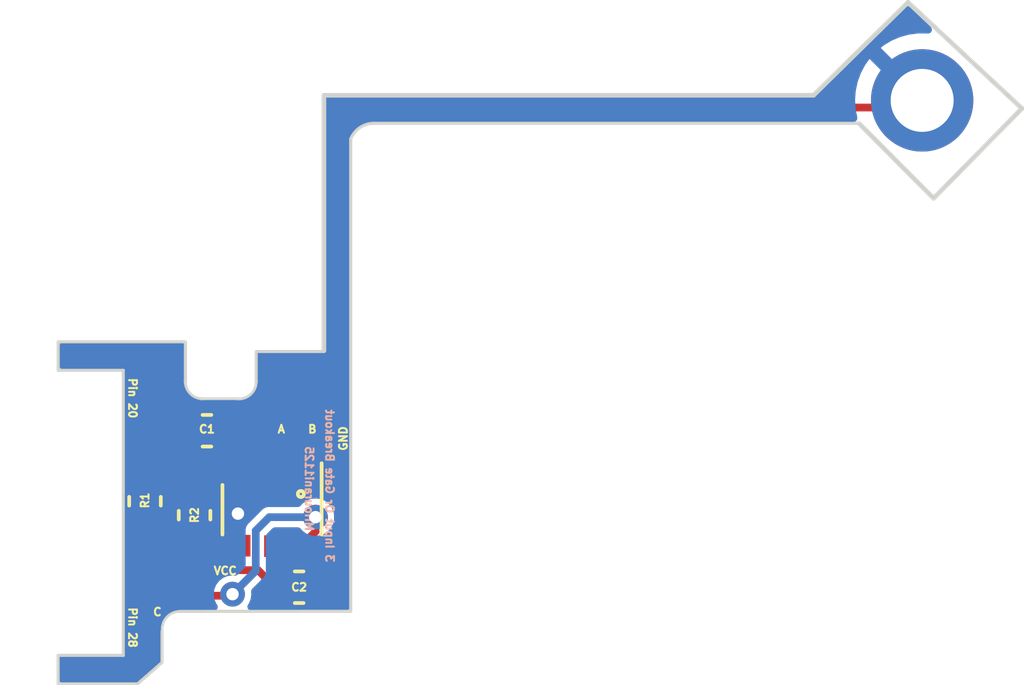
<source format=kicad_pcb>
(kicad_pcb (version 20211014) (generator pcbnew)
  (layers (0 "F.Cu" signal) (31 "B.Cu" signal) (34 "B.Paste" user) (35 "F.Paste" user) (36 "B.SilkS" user "B.Silkscreen") (37 "F.SilkS" user "F.Silkscreen") (38 "B.Mask" user) (39 "F.Mask" user) (44 "Edge.Cuts" user))
  (net 0 "")
  (net 1 "VCC-PAD")
  (net 2 "GND")
  (net 3 "CE")
  (net 4 "A")
  (net 5 "B")
  (net 6 "VCC5V")
  (net 7 "C")
  (footprint "" (layer "F.Cu") (at 150.1 93 90)
    (fp_text reference "" (at 0 0 90) (layer "F.SilkS") (effects (font (size 1.27 1.27))))
    (fp_text value "" (at 0 0 90) (layer "F.SilkS") (effects (font (size 1.27 1.27))))
    (pad "10" smd roundrect (at 0 0 270) (size 1.778 0.508) (layers "F.Cu" "F.Paste" "F.Mask") (net 5 "B"))
  )
  (footprint "" (layer "F.Cu") (at 146.225 98.75 -90)
    (fp_text reference "" (at 0 0 90) (layer "F.SilkS") (effects (font (size 1.27 1.27))))
    (fp_text value "" (at 0 0 90) (layer "F.SilkS") (effects (font (size 1.27 1.27))))
    (pad "B" smd roundrect (at 0 0 180) (size 1.778 0.508) (layers "F.Cu" "F.Paste" "F.Mask") (net 6 "VCC5V"))
  )
  (footprint "" (layer "F.Cu") (at 151.1 93 90)
    (fp_text reference "" (at 0 0 90) (layer "F.SilkS") (effects (font (size 1.27 1.27))))
    (fp_text value "" (at 0 0 90) (layer "F.SilkS") (effects (font (size 1.27 1.27))))
    (pad "9" smd roundrect (at 0 0 270) (size 1.778 0.508) (layers "F.Cu" "F.Paste" "F.Mask") (net 2 "GND"))
  )
  (footprint "" (layer "F.Cu") (at 149.1 93 -90)
    (fp_text reference "" (at 0 0 90) (layer "F.SilkS") (effects (font (size 1.27 1.27))))
    (fp_text value "" (at 0 0 90) (layer "F.SilkS") (effects (font (size 1.27 1.27))))
    (pad "11" smd roundrect (at 0 0 90) (size 1.778 0.508) (layers "F.Cu" "F.Paste" "F.Mask") (net 4 "A"))
  )
  (footprint "" (layer "F.Cu") (at 143.5 102)
    (fp_text reference "" (at 0 0) (layer "F.SilkS") (effects (font (size 1.27 1.27))))
    (fp_text value "" (at 0 0) (layer "F.SilkS") (effects (font (size 1.27 1.27))))
    (pad "4" smd roundrect (at 0 0) (size 2.286 0.508) (layers "F.Cu" "F.Paste" "F.Mask") (net 3 "CE"))
  )
  (footprint "" (layer "F.Cu") (at 143.5 91.85 180)
    (fp_text reference "" (at 0 0) (layer "F.SilkS") (effects (font (size 1.27 1.27))))
    (fp_text value "" (at 0 0) (layer "F.SilkS") (effects (font (size 1.27 1.27))))
    (pad "1" smd roundrect (at 0 0 180) (size 2.286 0.508) (layers "F.Cu" "F.Paste" "F.Mask") (net 1 "VCC-PAD"))
  )
  (footprint "Capacitor_SMD:C_0603_1608Metric" (layer "F.Cu") (at 146.6 96.975 -90)
    (fp_text reference "R2" (at 0 0 -90) (layer "F.SilkS") (effects (font (size 0.254 0.254) (thickness 0.0635))))
    (fp_text value "0.01uf")
    (fp_line (start -0.14058 -0.51) (end 0.14058 -0.51) (layer "F.SilkS") (width 0.12))
    (fp_line (start -0.14058 0.51) (end 0.14058 0.51) (layer "F.SilkS") (width 0.12))
    (pad "5" smd roundrect (at -0.775 0 270) (size 0.9 0.95) (layers "F.Cu" "F.Paste" "F.Mask") (net 2 "GND"))
    (pad "6" smd roundrect (at 0.775 0 270) (size 0.9 0.95) (layers "F.Cu" "F.Paste" "F.Mask") (net 3 "CE"))
  )
  (footprint "" (layer "F.Cu") (at 170.08 83.59)
    (fp_text reference "" (at 0 0) (layer "F.SilkS") (effects (font (size 1.27 1.27))))
    (fp_text value "" (at 0 0) (layer "F.SilkS") (effects (font (size 1.27 1.27))))
    (pad "9" thru_hole circle (at 0 0 270) (size 3.302 3.302) (drill 2.032) (layers *.Cu *.Mask) (net 2 "GND"))
  )
  (footprint "Capacitor_SMD:C_0603_1608Metric" (layer "F.Cu") (at 149.975 99.3)
    (fp_text reference "C2" (at 0 0) (layer "F.SilkS") (effects (font (size 0.254 0.254) (thickness 0.0635))))
    (fp_text value "0.1uf")
    (fp_line (start -0.14058 -0.51) (end 0.14058 -0.51) (layer "F.SilkS") (width 0.12))
    (fp_line (start -0.14058 0.51) (end 0.14058 0.51) (layer "F.SilkS") (width 0.12))
    (pad "7" smd roundrect (at 0.775 0) (size 0.9 0.95) (layers "F.Cu" "F.Paste" "F.Mask") (net 2 "GND"))
    (pad "8" smd roundrect (at -0.775 0) (size 0.9 0.95) (layers "F.Cu" "F.Paste" "F.Mask") (net 6 "VCC5V"))
  )
  (footprint "" (layer "F.Cu") (at 146.225 99.575)
    (fp_text reference "" (at 0 0) (layer "F.SilkS") (effects (font (size 1.27 1.27))))
    (fp_text value "" (at 0 0) (layer "F.SilkS") (effects (font (size 1.27 1.27))))
    (pad "B" smd roundrect (at 0 0 180) (size 1.778 0.508) (layers "F.Cu" "F.Paste" "F.Mask") (net 7 "C"))
  )
  (footprint "Package_SO:TSOP-6_1.65x3.05mm_P0.95mm" (layer "F.Cu") (at 149.1 96.8 -90)
    (fp_text reference "U5" hide)
    (fp_text value "74LVC1G332GW,125")
    (fp_line (start -0.8 1.6) (end 0.8 1.6) (layer "F.SilkS") (width 0.12))
    (fp_line (start 0.8 -1.6) (end -1.5 -1.6) (layer "F.SilkS") (width 0.12))
    (fp_circle (center -0.508488 -0.93) (end -0.418488 -0.89) (layer "F.SilkS") (width 0.12) (fill none))
    (pad "1" smd rect (at -1.16 -0.95 270) (size 0.7 0.51) (layers "F.Cu" "F.Paste" "F.Mask") (net 5 "B"))
    (pad "2" smd rect (at -1.16 0 270) (size 0.7 0.51) (layers "F.Cu" "F.Paste" "F.Mask") (net 2 "GND"))
    (pad "3" smd rect (at -1.16 0.95 270) (size 0.7 0.51) (layers "F.Cu" "F.Paste" "F.Mask") (net 4 "A"))
    (pad "4" smd rect (at 1.16 0.95 270) (size 0.7 0.51) (layers "F.Cu" "F.Paste" "F.Mask") (net 3 "CE"))
    (pad "5" smd rect (at 1.175 0 270) (size 0.7 0.51) (layers "F.Cu" "F.Paste" "F.Mask") (net 6 "VCC5V"))
    (pad "6" smd rect (at 1.16 -0.95 270) (size 0.7 0.51) (layers "F.Cu" "F.Paste" "F.Mask") (net 7 "C"))
  )
  (footprint "Capacitor_SMD:C_0603_1608Metric" (layer "F.Cu") (at 145 96.525 90)
    (fp_text reference "R1" (at 0.025 0 90) (layer "F.SilkS") (effects (font (size 0.254 0.254) (thickness 0.0635))))
    (fp_text value " ")
    (fp_line (start -0.14058 0.51) (end 0.14058 0.51) (layer "F.SilkS") (width 0.12))
    (fp_line (start -0.14058 -0.51) (end 0.14058 -0.51) (layer "F.SilkS") (width 0.12))
    (pad "2" smd roundrect (at 0.775 0 90) (size 0.9 0.95) (layers "F.Cu" "F.Paste" "F.Mask") (net 1 "VCC-PAD"))
    (pad "3" smd roundrect (at -0.775 0 90) (size 0.9 0.95) (layers "F.Cu" "F.Paste" "F.Mask") (net 3 "CE"))
  )
  (footprint "Capacitor_SMD:C_0603_1608Metric" (layer "F.Cu") (at 147 94.25)
    (fp_text reference "C1" (at 0 -0.05) (layer "F.SilkS") (effects (font (size 0.254 0.254) (thickness 0.0635))))
    (fp_text value "0.01uf")
    (fp_line (start -0.14058 -0.51) (end 0.14058 -0.51) (layer "F.SilkS") (width 0.12))
    (fp_line (start -0.14058 0.51) (end 0.14058 0.51) (layer "F.SilkS") (width 0.12))
    (pad "5" smd roundrect (at -0.775 0) (size 0.9 0.95) (layers "F.Cu" "F.Paste" "F.Mask") (net 1 "VCC-PAD"))
    (pad "6" smd roundrect (at 0.775 0) (size 0.9 0.95) (layers "F.Cu" "F.Paste" "F.Mask") (net 2 "GND"))
  )
  (gr_line (start 144.76 102.42) (end 142.2 102.42) (layer "Edge.Cuts") (width 0.1))
  (gr_line (start 144.76 102.42) (end 145.55 101.73) (layer "Edge.Cuts") (width 0.1))
  (gr_line (start 148.59 92.69) (end 148.59 91.694) (layer "Edge.Cuts") (width 0.1))
  (gr_line (start 168.03 84.328) (end 152.4 84.328) (layer "Edge.Cuts") (width 0.1))
  (gr_arc (start 145.56 100.74) (mid 145.684497 100.28762) (end 146.11 100.08) (layer "Edge.Cuts") (width 0.08382))
  (gr_line (start 151.638 84.836) (end 151.638 100.076) (layer "Edge.Cuts") (width 0.1))
  (gr_line (start 169.625 80.425) (end 173.3 83.85) (layer "Edge.Cuts") (width 0.15))
  (gr_line (start 173.3 83.85) (end 170.45 86.75) (layer "Edge.Cuts") (width 0.15))
  (gr_line (start 146.79 93.218) (end 148.06 93.218) (layer "Edge.Cuts") (width 0.0889))
  (gr_line (start 146.304 91.39) (end 146.304 92.7) (layer "Edge.Cuts") (width 0.1))
  (gr_line (start 166.575 83.425) (end 169.625 80.425) (layer "Edge.Cuts") (width 0.15))
  (gr_line (start 151.638 100.076) (end 146.11 100.08) (layer "Edge.Cuts") (width 0.1))
  (gr_line (start 142.2 91.38) (end 146.3 91.38) (layer "Edge.Cuts") (width 0.1))
  (gr_line (start 145.55 100.73) (end 145.55 101.73) (layer "Edge.Cuts") (width 0.1))
  (gr_line (start 150.775 83.425) (end 166.575 83.425) (layer "Edge.Cuts") (width 0.15))
  (gr_line (start 144.3 101.5) (end 144.3 92.3) (layer "Edge.Cuts") (width 0.1))
  (gr_line (start 144.3 92.3) (end 142.2 92.3) (layer "Edge.Cuts") (width 0.1))
  (gr_line (start 142.197 101.5) (end 144.3 101.5) (layer "Edge.Cuts") (width 0.1))
  (gr_line (start 148.59 91.694) (end 150.775 91.694) (layer "Edge.Cuts") (width 0.1))
  (gr_line (start 170.45 86.75) (end 168.05 84.34) (layer "Edge.Cuts") (width 0.15))
  (gr_line (start 142.2 102.42) (end 142.197 101.5) (layer "Edge.Cuts") (width 0.1))
  (gr_line (start 142.2 92.3) (end 142.2 91.4) (layer "Edge.Cuts") (width 0.1))
  (gr_arc (start 148.592006 92.65) (mid 148.406336 93.079511) (end 147.96 93.22) (layer "Edge.Cuts") (width 0.0889))
  (gr_line (start 150.775 91.67) (end 150.775 83.425) (layer "Edge.Cuts") (width 0.15))
  (gr_arc (start 146.88 93.22) (mid 146.430454 93.017928) (end 146.31 92.54) (layer "Edge.Cuts") (width 0.0889))
  (gr_arc (start 151.638 84.836) (mid 151.940524 84.464286) (end 152.4 84.328) (layer "Edge.Cuts") (width 0.1))
  (gr_text "3 Input Or Gate Breakout\n" (at 150.96 96.03 -90) (layer "B.SilkS") (effects (font (size 0.254 0.254) (thickness 0.0635)) (justify mirror)))
  (gr_text "MHourani1125" (at 150.3 96.12 270) (layer "B.SilkS") (effects (font (size 0.254 0.254) (thickness 0.0635)) (justify mirror)))
  (gr_text "A" (at 149.4 94.2) (layer "F.SilkS") (effects (font (size 0.254 0.254) (thickness 0.0635))))
  (gr_text "Pin 20" (at 144.6 93.2 -90) (layer "F.SilkS") (effects (font (size 0.254 0.254) (thickness 0.0635))))
  (gr_text "Pin 28\n" (at 144.6 100.6 -90) (layer "F.SilkS") (effects (font (size 0.254 0.254) (thickness 0.0635))))
  (gr_text "B" (at 150.4 94.2) (layer "F.SilkS") (effects (font (size 0.254 0.254) (thickness 0.0635))))
  (gr_text "C" (at 145.4 100.1) (layer "F.SilkS") (effects (font (size 0.254 0.254) (thickness 0.0635))))
  (gr_text "VCC" (at 147.59 98.77) (layer "F.SilkS") (effects (font (size 0.254 0.254) (thickness 0.0635))))
  (gr_text "GND" (at 151.4 94.5 90) (layer "F.SilkS") (effects (font (size 0.254 0.254) (thickness 0.0635))))
  (segment (start 143.55 91.85) (end 145.6 91.85) (width 0.25) (layer "F.Cu") (net 1))
  (segment (start 145.6 91.85) (end 146 92.25) (width 0.25) (layer "F.Cu") (net 1))
  (segment (start 144.6 91.85) (end 145 92.25) (width 0.25) (layer "F.Cu") (net 1))
  (segment (start 143.55 91.85) (end 144.6 91.85) (width 0.25) (layer "F.Cu") (net 1))
  (segment (start 146 92.25) (end 146 94.025) (width 0.25) (layer "F.Cu") (net 1))
  (segment (start 145 92.25) (end 145 95.75) (width 0.25) (layer "F.Cu") (net 1))
  (segment (start 146 94.025) (end 146.225 94.25) (width 0.25) (layer "F.Cu") (net 1))
  (segment (start 148.469502 96.475) (end 150.041792 96.475) (width 0.25) (layer "F.Cu") (net 2))
  (segment (start 151.8 83.82) (end 169.85 83.82) (width 0.25) (layer "F.Cu") (net 2))
  (segment (start 169.85 83.82) (end 170.08 83.59) (width 0.25) (layer "F.Cu") (net 2))
  (segment (start 148 96.925) (end 148 96.745) (width 0.25) (layer "F.Cu") (net 2))
  (segment (start 150.6305 96.3145) (end 151.1 95.845) (width 0.25) (layer "F.Cu") (net 2))
  (segment (start 151.2 92.9) (end 151.2 84.42) (width 0.25) (layer "F.Cu") (net 2))
  (segment (start 151.075 96.586598) (end 151.075 95.85) (width 0.25) (layer "F.Cu") (net 2))
  (segment (start 151.227597 98.797403) (end 151.227597 96.739195) (width 0.25) (layer "F.Cu") (net 2))
  (segment (start 147.56 96.305) (end 147.56 95.56) (width 0.25) (layer "F.Cu") (net 2))
  (segment (start 147.5 95.5) (end 147.56 95.56) (width 0.25) (layer "F.Cu") (net 2))
  (segment (start 151.2 84.42) (end 151.8 83.82) (width 0.25) (layer "F.Cu") (net 2))
  (segment (start 151.227597 96.739195) (end 151.075 96.586598) (width 0.25) (layer "F.Cu") (net 2))
  (segment (start 150.725 99.3) (end 151.227597 98.797403) (width 0.25) (layer "F.Cu") (net 2))
  (segment (start 147.56 95.56) (end 147.56 94.465) (width 0.25) (layer "F.Cu") (net 2))
  (segment (start 148 96.925) (end 149.1 95.825) (width 0.25) (layer "F.Cu") (net 2))
  (segment (start 151.1 95.845) (end 151.1 93) (width 0.25) (layer "F.Cu") (net 2))
  (segment (start 150.041792 96.475) (end 150.202292 96.3145) (width 0.25) (layer "F.Cu") (net 2))
  (segment (start 151.1 93) (end 151.2 92.9) (width 0.25) (layer "F.Cu") (net 2))
  (segment (start 148 96.745) (end 147.56 96.305) (width 0.25) (layer "F.Cu") (net 2))
  (segment (start 146.6 96.2) (end 146.6 95.5) (width 0.25) (layer "F.Cu") (net 2))
  (segment (start 150.202292 96.3145) (end 150.6305 96.3145) (width 0.25) (layer "F.Cu") (net 2))
  (segment (start 148 96.925) (end 148.019502 96.925) (width 0.25) (layer "F.Cu") (net 2))
  (segment (start 148.019502 96.925) (end 148.469502 96.475) (width 0.25) (layer "F.Cu") (net 2))
  (segment (start 147.56 94.465) (end 147.775 94.25) (width 0.25) (layer "F.Cu") (net 2))
  (segment (start 149.1 95.825) (end 149.1 95.64) (width 0.25) (layer "F.Cu") (net 2))
  (segment (start 146.6 95.5) (end 147.5 95.5) (width 0.25) (layer "F.Cu") (net 2))
  (via (at 148 96.925) (size 0.8) (drill 0.4) (layers "F.Cu" "B.Cu") (net 2))
  (segment (start 144.5 102) (end 145 101.5) (width 0.25) (layer "F.Cu") (net 3))
  (segment (start 145 97.975) (end 145 97.3) (width 0.25) (layer "F.Cu") (net 3))
  (segment (start 148.15 97.96) (end 146.81 97.96) (width 0.25) (layer "F.Cu") (net 3))
  (segment (start 145 97.975) (end 146.375 97.975) (width 0.25) (layer "F.Cu") (net 3))
  (segment (start 146.375 97.975) (end 146.6 97.75) (width 0.25) (layer "F.Cu") (net 3))
  (segment (start 145 99.3) (end 145 97.975) (width 0.25) (layer "F.Cu") (net 3))
  (segment (start 145 101.5) (end 145 99.3) (width 0.25) (layer "F.Cu") (net 3))
  (segment (start 146.81 97.96) (end 146.6 97.75) (width 0.25) (layer "F.Cu") (net 3))
  (segment (start 143.5 102) (end 144.5 102) (width 0.25) (layer "F.Cu") (net 3))
  (segment (start 148.15 95.4) (end 149.1 94.45) (width 0.25) (layer "F.Cu") (net 4))
  (segment (start 149.1 94.45) (end 149.1 93) (width 0.25) (layer "F.Cu") (net 4))
  (segment (start 148.15 95.64) (end 148.15 95.4) (width 0.25) (layer "F.Cu") (net 4))
  (segment (start 150.05 93.05) (end 150.05 95.64) (width 0.25) (layer "F.Cu") (net 5))
  (segment (start 150.1 93) (end 150.05 93.05) (width 0.25) (layer "F.Cu") (net 5))
  (segment (start 149.2 99.3) (end 149.1 99.2) (width 0.25) (layer "F.Cu") (net 6))
  (segment (start 149.1 99.2) (end 149.1 97.975) (width 0.25) (layer "F.Cu") (net 6))
  (segment (start 146.225 98.75) (end 148.65 98.75) (width 0.25) (layer "F.Cu") (net 6))
  (segment (start 148.65 98.75) (end 149.2 99.3) (width 0.25) (layer "F.Cu") (net 6))
  (segment (start 146.225 99.575) (end 147.775 99.575) (width 0.25) (layer "F.Cu") (net 7))
  (segment (start 150.502597 97.0395) (end 150.502597 97.507403) (width 0.25) (layer "F.Cu") (net 7))
  (segment (start 147.775 99.575) (end 147.825 99.525) (width 0.25) (layer "F.Cu") (net 7))
  (segment (start 150.502597 97.507403) (end 150.05 97.96) (width 0.25) (layer "F.Cu") (net 7))
  (via (at 147.825 99.525) (size 0.8) (drill 0.4) (layers "F.Cu" "B.Cu") (net 7))
  (via (at 150.502597 97.0395) (size 0.8) (drill 0.4) (layers "F.Cu" "B.Cu") (net 7))
  (segment (start 148.575 97.475) (end 148.575 98.775) (width 0.25) (layer "B.Cu") (net 7))
  (segment (start 150.502597 97.0395) (end 149.0105 97.0395) (width 0.25) (layer "B.Cu") (net 7))
  (segment (start 149.0105 97.0395) (end 148.575 97.475) (width 0.25) (layer "B.Cu") (net 7))
  (segment (start 148.575 98.775) (end 147.825 99.525) (width 0.25) (layer "B.Cu") (net 7))
  (zone (net 2) (net_name "GND") (layer "B.Cu") (connect_pads (clearance 0)) (min_thickness 0.254) (fill yes (thermal_gap 0.508) (thermal_bridge_width 0.508))
    (polygon (pts (xy 173.12 83.83) (xy 170.43 86.73) (xy 168.12 84.29) (xy 152.4 84.29) (xy 152.1 84.36) (xy 151.89 84.49) (xy 151.74 84.65) (xy 151.65 84.81) (xy 151.66 100.04) (xy 146.31 100.07) (xy 146 100.08) (xy 145.7 100.24) (xy 145.58 100.5) (xy 145.53 101.69) (xy 144.76 102.4) (xy 142.22 102.4) (xy 142.22 101.49) (xy 144.3 101.48) (xy 144.27 92.3) (xy 142.22 92.27) (xy 142.24 91.36) (xy 146.31 91.41) (xy 146.33 92.89) (xy 146.71 93.18) (xy 147.81 93.23) (xy 148.21 93.15) (xy 148.44 92.99) (xy 148.61 92.66) (xy 148.58 91.7) (xy 150.74 91.7) (xy 150.76 83.4) (xy 166.54 83.46) (xy 169.59 80.49)))
  )
)
</source>
